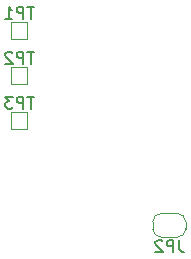
<source format=gbr>
%TF.GenerationSoftware,KiCad,Pcbnew,7.0.8*%
%TF.CreationDate,2023-10-25T20:50:05+02:00*%
%TF.ProjectId,SCART_syncSplitter,53434152-545f-4737-996e-6353706c6974,rev?*%
%TF.SameCoordinates,Original*%
%TF.FileFunction,Legend,Bot*%
%TF.FilePolarity,Positive*%
%FSLAX46Y46*%
G04 Gerber Fmt 4.6, Leading zero omitted, Abs format (unit mm)*
G04 Created by KiCad (PCBNEW 7.0.8) date 2023-10-25 20:50:05*
%MOMM*%
%LPD*%
G01*
G04 APERTURE LIST*
%ADD10C,0.150000*%
%ADD11C,0.120000*%
G04 APERTURE END LIST*
D10*
X102861904Y-46266819D02*
X102290476Y-46266819D01*
X102576190Y-47266819D02*
X102576190Y-46266819D01*
X101957142Y-47266819D02*
X101957142Y-46266819D01*
X101957142Y-46266819D02*
X101576190Y-46266819D01*
X101576190Y-46266819D02*
X101480952Y-46314438D01*
X101480952Y-46314438D02*
X101433333Y-46362057D01*
X101433333Y-46362057D02*
X101385714Y-46457295D01*
X101385714Y-46457295D02*
X101385714Y-46600152D01*
X101385714Y-46600152D02*
X101433333Y-46695390D01*
X101433333Y-46695390D02*
X101480952Y-46743009D01*
X101480952Y-46743009D02*
X101576190Y-46790628D01*
X101576190Y-46790628D02*
X101957142Y-46790628D01*
X101052380Y-46266819D02*
X100433333Y-46266819D01*
X100433333Y-46266819D02*
X100766666Y-46647771D01*
X100766666Y-46647771D02*
X100623809Y-46647771D01*
X100623809Y-46647771D02*
X100528571Y-46695390D01*
X100528571Y-46695390D02*
X100480952Y-46743009D01*
X100480952Y-46743009D02*
X100433333Y-46838247D01*
X100433333Y-46838247D02*
X100433333Y-47076342D01*
X100433333Y-47076342D02*
X100480952Y-47171580D01*
X100480952Y-47171580D02*
X100528571Y-47219200D01*
X100528571Y-47219200D02*
X100623809Y-47266819D01*
X100623809Y-47266819D02*
X100909523Y-47266819D01*
X100909523Y-47266819D02*
X101004761Y-47219200D01*
X101004761Y-47219200D02*
X101052380Y-47171580D01*
X102861904Y-38646819D02*
X102290476Y-38646819D01*
X102576190Y-39646819D02*
X102576190Y-38646819D01*
X101957142Y-39646819D02*
X101957142Y-38646819D01*
X101957142Y-38646819D02*
X101576190Y-38646819D01*
X101576190Y-38646819D02*
X101480952Y-38694438D01*
X101480952Y-38694438D02*
X101433333Y-38742057D01*
X101433333Y-38742057D02*
X101385714Y-38837295D01*
X101385714Y-38837295D02*
X101385714Y-38980152D01*
X101385714Y-38980152D02*
X101433333Y-39075390D01*
X101433333Y-39075390D02*
X101480952Y-39123009D01*
X101480952Y-39123009D02*
X101576190Y-39170628D01*
X101576190Y-39170628D02*
X101957142Y-39170628D01*
X100433333Y-39646819D02*
X101004761Y-39646819D01*
X100719047Y-39646819D02*
X100719047Y-38646819D01*
X100719047Y-38646819D02*
X100814285Y-38789676D01*
X100814285Y-38789676D02*
X100909523Y-38884914D01*
X100909523Y-38884914D02*
X101004761Y-38932533D01*
X102861904Y-42456819D02*
X102290476Y-42456819D01*
X102576190Y-43456819D02*
X102576190Y-42456819D01*
X101957142Y-43456819D02*
X101957142Y-42456819D01*
X101957142Y-42456819D02*
X101576190Y-42456819D01*
X101576190Y-42456819D02*
X101480952Y-42504438D01*
X101480952Y-42504438D02*
X101433333Y-42552057D01*
X101433333Y-42552057D02*
X101385714Y-42647295D01*
X101385714Y-42647295D02*
X101385714Y-42790152D01*
X101385714Y-42790152D02*
X101433333Y-42885390D01*
X101433333Y-42885390D02*
X101480952Y-42933009D01*
X101480952Y-42933009D02*
X101576190Y-42980628D01*
X101576190Y-42980628D02*
X101957142Y-42980628D01*
X101004761Y-42552057D02*
X100957142Y-42504438D01*
X100957142Y-42504438D02*
X100861904Y-42456819D01*
X100861904Y-42456819D02*
X100623809Y-42456819D01*
X100623809Y-42456819D02*
X100528571Y-42504438D01*
X100528571Y-42504438D02*
X100480952Y-42552057D01*
X100480952Y-42552057D02*
X100433333Y-42647295D01*
X100433333Y-42647295D02*
X100433333Y-42742533D01*
X100433333Y-42742533D02*
X100480952Y-42885390D01*
X100480952Y-42885390D02*
X101052380Y-43456819D01*
X101052380Y-43456819D02*
X100433333Y-43456819D01*
X115133333Y-58404819D02*
X115133333Y-59119104D01*
X115133333Y-59119104D02*
X115180952Y-59261961D01*
X115180952Y-59261961D02*
X115276190Y-59357200D01*
X115276190Y-59357200D02*
X115419047Y-59404819D01*
X115419047Y-59404819D02*
X115514285Y-59404819D01*
X114657142Y-59404819D02*
X114657142Y-58404819D01*
X114657142Y-58404819D02*
X114276190Y-58404819D01*
X114276190Y-58404819D02*
X114180952Y-58452438D01*
X114180952Y-58452438D02*
X114133333Y-58500057D01*
X114133333Y-58500057D02*
X114085714Y-58595295D01*
X114085714Y-58595295D02*
X114085714Y-58738152D01*
X114085714Y-58738152D02*
X114133333Y-58833390D01*
X114133333Y-58833390D02*
X114180952Y-58881009D01*
X114180952Y-58881009D02*
X114276190Y-58928628D01*
X114276190Y-58928628D02*
X114657142Y-58928628D01*
X113704761Y-58500057D02*
X113657142Y-58452438D01*
X113657142Y-58452438D02*
X113561904Y-58404819D01*
X113561904Y-58404819D02*
X113323809Y-58404819D01*
X113323809Y-58404819D02*
X113228571Y-58452438D01*
X113228571Y-58452438D02*
X113180952Y-58500057D01*
X113180952Y-58500057D02*
X113133333Y-58595295D01*
X113133333Y-58595295D02*
X113133333Y-58690533D01*
X113133333Y-58690533D02*
X113180952Y-58833390D01*
X113180952Y-58833390D02*
X113752380Y-59404819D01*
X113752380Y-59404819D02*
X113133333Y-59404819D01*
D11*
%TO.C,TP3*%
X102300000Y-48960000D02*
X102300000Y-47560000D01*
X102300000Y-47560000D02*
X100900000Y-47560000D01*
X100900000Y-48960000D02*
X102300000Y-48960000D01*
X100900000Y-47560000D02*
X100900000Y-48960000D01*
%TO.C,TP1*%
X102300000Y-41340000D02*
X102300000Y-39940000D01*
X102300000Y-39940000D02*
X100900000Y-39940000D01*
X100900000Y-41340000D02*
X102300000Y-41340000D01*
X100900000Y-39940000D02*
X100900000Y-41340000D01*
%TO.C,TP2*%
X102300000Y-45150000D02*
X102300000Y-43750000D01*
X102300000Y-43750000D02*
X100900000Y-43750000D01*
X100900000Y-45150000D02*
X102300000Y-45150000D01*
X100900000Y-43750000D02*
X100900000Y-45150000D01*
%TO.C,JP2*%
X112900000Y-56850000D02*
X112900000Y-57450000D01*
X113600000Y-58150000D02*
X115000000Y-58150000D01*
X115000000Y-56150000D02*
X113600000Y-56150000D01*
X115700000Y-57450000D02*
X115700000Y-56850000D01*
X113600000Y-56150000D02*
G75*
G03*
X112900000Y-56850000I-1J-699999D01*
G01*
X112900000Y-57450000D02*
G75*
G03*
X113600000Y-58150000I699999J-1D01*
G01*
X115700000Y-56850000D02*
G75*
G03*
X115000000Y-56150000I-700000J0D01*
G01*
X115000000Y-58150000D02*
G75*
G03*
X115700000Y-57450000I0J700000D01*
G01*
%TD*%
M02*

</source>
